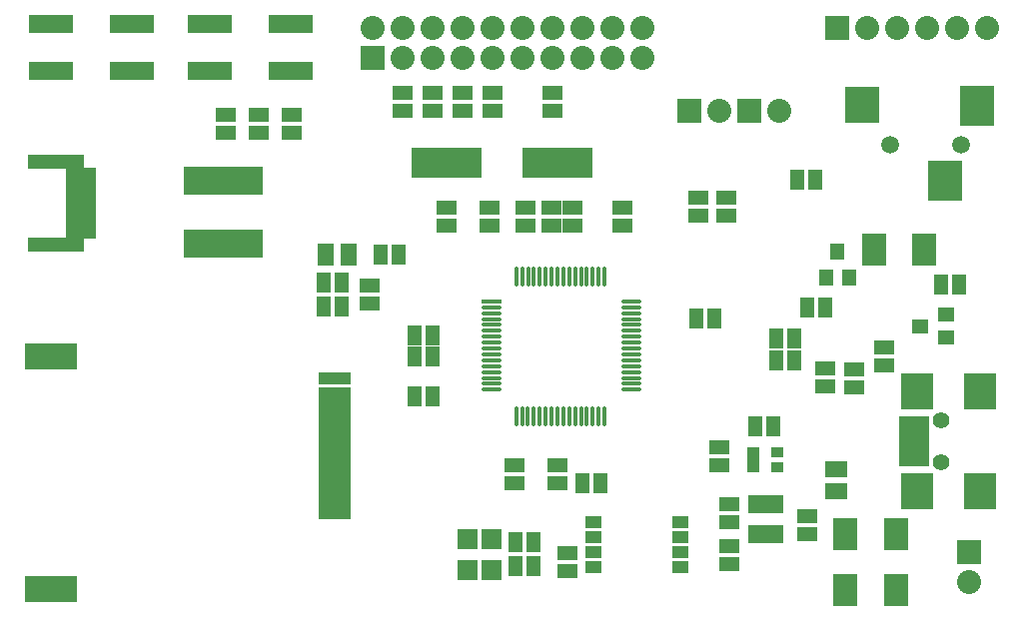
<source format=gts>
G04 (created by PCBNEW-RS274X (2011-05-25)-stable) date Sat 05 Nov 2011 19:00:57 CET*
G01*
G70*
G90*
%MOIN*%
G04 Gerber Fmt 3.4, Leading zero omitted, Abs format*
%FSLAX34Y34*%
G04 APERTURE LIST*
%ADD10C,0.006000*%
%ADD11R,0.045000X0.065000*%
%ADD12R,0.065000X0.045000*%
%ADD13R,0.055000X0.075000*%
%ADD14R,0.075000X0.055000*%
%ADD15R,0.066000X0.015800*%
%ADD16O,0.066000X0.015800*%
%ADD17O,0.015800X0.066000*%
%ADD18R,0.080000X0.080000*%
%ADD19C,0.080000*%
%ADD20R,0.051500X0.055400*%
%ADD21R,0.055400X0.051500*%
%ADD22R,0.146000X0.059400*%
%ADD23C,0.055400*%
%ADD24R,0.098700X0.039700*%
%ADD25R,0.106600X0.118400*%
%ADD26R,0.110600X0.059400*%
%ADD27R,0.110600X0.039700*%
%ADD28R,0.177500X0.086900*%
%ADD29R,0.036000X0.094800*%
%ADD30R,0.040000X0.032000*%
%ADD31R,0.043600X0.063300*%
%ADD32R,0.079800X0.110600*%
%ADD33R,0.057900X0.039700*%
%ADD34R,0.067200X0.067200*%
%ADD35R,0.114500X0.136100*%
%ADD36R,0.114500X0.124300*%
%ADD37C,0.059400*%
%ADD38R,0.236500X0.098700*%
%ADD39R,0.098700X0.043600*%
%ADD40R,0.185400X0.047600*%
G04 APERTURE END LIST*
G54D10*
G54D11*
X33687Y-51400D03*
X34287Y-51400D03*
X41795Y-45537D03*
X41195Y-45537D03*
X32050Y-53350D03*
X31450Y-53350D03*
X32050Y-54150D03*
X31450Y-54150D03*
X40842Y-41267D03*
X41442Y-41267D03*
X25050Y-44700D03*
X25650Y-44700D03*
X40150Y-46550D03*
X40750Y-46550D03*
X40150Y-47300D03*
X40750Y-47300D03*
G54D12*
X32700Y-38350D03*
X32700Y-38950D03*
X30700Y-38350D03*
X30700Y-38950D03*
X29700Y-38350D03*
X29700Y-38950D03*
X28700Y-38350D03*
X28700Y-38950D03*
X27700Y-38350D03*
X27700Y-38950D03*
X42750Y-48200D03*
X42750Y-47600D03*
X43750Y-47450D03*
X43750Y-46850D03*
G54D11*
X46250Y-44750D03*
X45650Y-44750D03*
X27551Y-43763D03*
X26951Y-43763D03*
G54D12*
X38600Y-52100D03*
X38600Y-52700D03*
X38600Y-54100D03*
X38600Y-53500D03*
X35015Y-42785D03*
X35015Y-42185D03*
X32850Y-50800D03*
X32850Y-51400D03*
X29150Y-42200D03*
X29150Y-42800D03*
X31800Y-42800D03*
X31800Y-42200D03*
G54D11*
X28700Y-48500D03*
X28100Y-48500D03*
G54D12*
X30600Y-42800D03*
X30600Y-42200D03*
X41200Y-52500D03*
X41200Y-53100D03*
X38500Y-42450D03*
X38500Y-41850D03*
G54D11*
X28700Y-47150D03*
X28100Y-47150D03*
G54D12*
X37550Y-42450D03*
X37550Y-41850D03*
G54D11*
X25650Y-45500D03*
X25050Y-45500D03*
G54D12*
X33350Y-42800D03*
X33350Y-42200D03*
G54D11*
X37500Y-45900D03*
X38100Y-45900D03*
G54D12*
X26600Y-45400D03*
X26600Y-44800D03*
X41800Y-48150D03*
X41800Y-47550D03*
X31420Y-50809D03*
X31420Y-51409D03*
X32647Y-42804D03*
X32647Y-42204D03*
G54D11*
X28700Y-46450D03*
X28100Y-46450D03*
G54D13*
X25870Y-43753D03*
X25120Y-43753D03*
G54D14*
X42150Y-50925D03*
X42150Y-51675D03*
G54D15*
X30639Y-45324D03*
G54D16*
X30639Y-45521D03*
X30639Y-45718D03*
X30639Y-45915D03*
X30639Y-46112D03*
X30639Y-46308D03*
X30639Y-46505D03*
X30639Y-46702D03*
X30639Y-46899D03*
X30639Y-47096D03*
X30639Y-47293D03*
X30639Y-47489D03*
X30639Y-47686D03*
X30639Y-47883D03*
X30639Y-48080D03*
X30639Y-48277D03*
G54D17*
X31474Y-49175D03*
X31671Y-49175D03*
X31868Y-49175D03*
X32065Y-49175D03*
X32262Y-49175D03*
X32458Y-49175D03*
X32655Y-49175D03*
X32852Y-49175D03*
X33049Y-49175D03*
X33246Y-49175D03*
X33443Y-49175D03*
X33639Y-49175D03*
X33836Y-49175D03*
X34033Y-49175D03*
X34230Y-49175D03*
X34427Y-49175D03*
G54D16*
X35325Y-48277D03*
X35325Y-48080D03*
X35325Y-47883D03*
X35325Y-47686D03*
X35325Y-47489D03*
X35325Y-47293D03*
X35325Y-47096D03*
X35325Y-46899D03*
X35325Y-46702D03*
X35325Y-46505D03*
X35325Y-46308D03*
X35325Y-46112D03*
X35325Y-45915D03*
X35325Y-45718D03*
X35325Y-45521D03*
X35325Y-45324D03*
G54D17*
X34427Y-44489D03*
X34230Y-44489D03*
X33836Y-44489D03*
X34033Y-44482D03*
X33639Y-44489D03*
X33443Y-44489D03*
X33246Y-44489D03*
X33049Y-44489D03*
X32852Y-44489D03*
X32655Y-44489D03*
X32461Y-44489D03*
X32264Y-44489D03*
X32067Y-44489D03*
X31870Y-44489D03*
X31674Y-44489D03*
X31477Y-44489D03*
G54D18*
X42200Y-36200D03*
G54D19*
X43200Y-36200D03*
X44200Y-36200D03*
X45200Y-36200D03*
X46200Y-36200D03*
X47200Y-36200D03*
G54D20*
X41806Y-44533D03*
X42594Y-44533D03*
X42200Y-43667D03*
G54D21*
X45833Y-46544D03*
X45833Y-45756D03*
X44967Y-46150D03*
G54D22*
X18639Y-36063D03*
X18639Y-37637D03*
X15961Y-37637D03*
X15961Y-36063D03*
X23939Y-36063D03*
X23939Y-37637D03*
X21261Y-37637D03*
X21261Y-36063D03*
G54D23*
X45650Y-50689D03*
X45650Y-49311D03*
G54D24*
X44764Y-50315D03*
X44764Y-50000D03*
X44764Y-49685D03*
X44764Y-49370D03*
X44764Y-50630D03*
G54D25*
X44863Y-51654D03*
X44863Y-48346D03*
X46949Y-51654D03*
X46949Y-48346D03*
G54D26*
X25403Y-52294D03*
X25403Y-51794D03*
X25403Y-50794D03*
X25403Y-51294D03*
X25403Y-50294D03*
X25403Y-49794D03*
X25403Y-49294D03*
X25403Y-48794D03*
G54D27*
X25403Y-48400D03*
X25403Y-47889D03*
G54D28*
X15954Y-47172D03*
X15954Y-54928D03*
G54D29*
X22850Y-41300D03*
X22600Y-41300D03*
X22340Y-41300D03*
X22080Y-41300D03*
X21830Y-41300D03*
X21570Y-41300D03*
X21310Y-41300D03*
X21060Y-41300D03*
X20800Y-41300D03*
X20550Y-41300D03*
X20550Y-43400D03*
X20800Y-43400D03*
X21060Y-43400D03*
X21310Y-43400D03*
X21570Y-43400D03*
X21830Y-43400D03*
X22080Y-43400D03*
X22340Y-43400D03*
X22600Y-43400D03*
X22850Y-43400D03*
G54D11*
X40050Y-49500D03*
X39450Y-49500D03*
G54D12*
X24000Y-39100D03*
X24000Y-39700D03*
X22900Y-39700D03*
X22900Y-39100D03*
X21800Y-39100D03*
X21800Y-39700D03*
X38250Y-50200D03*
X38250Y-50800D03*
G54D30*
X39400Y-50350D03*
X39400Y-50850D03*
X40200Y-50350D03*
X39400Y-50600D03*
X40200Y-50850D03*
G54D31*
X39426Y-53112D03*
X39800Y-53112D03*
X40174Y-53112D03*
X39426Y-52088D03*
X39800Y-52088D03*
X40174Y-52088D03*
G54D32*
X45089Y-43600D03*
X43411Y-43600D03*
G54D18*
X46600Y-53700D03*
G54D19*
X46600Y-54700D03*
G54D32*
X44139Y-53100D03*
X42461Y-53100D03*
X44139Y-54950D03*
X42461Y-54950D03*
G54D33*
X36955Y-52700D03*
X36955Y-54200D03*
X36955Y-53700D03*
X36955Y-53200D03*
X34045Y-54200D03*
X34045Y-53700D03*
X34046Y-53200D03*
X34045Y-52700D03*
G54D34*
X30663Y-53250D03*
X29837Y-53250D03*
X30663Y-54300D03*
X29837Y-54300D03*
G54D18*
X26700Y-37200D03*
G54D19*
X26700Y-36200D03*
X27700Y-37200D03*
X27700Y-36200D03*
X28700Y-37200D03*
X28700Y-36200D03*
X29700Y-37200D03*
X29700Y-36200D03*
X30700Y-37200D03*
X30700Y-36200D03*
X31700Y-37200D03*
X31700Y-36200D03*
X32700Y-37200D03*
X32700Y-36200D03*
X33700Y-37200D03*
X33700Y-36200D03*
X34700Y-37200D03*
X34700Y-36200D03*
X35700Y-37200D03*
X35700Y-36200D03*
G54D18*
X37250Y-38950D03*
G54D19*
X38250Y-38950D03*
G54D18*
X39250Y-38950D03*
G54D19*
X40250Y-38950D03*
G54D35*
X46843Y-38811D03*
X45780Y-41281D03*
G54D36*
X43024Y-38752D03*
G54D37*
X46331Y-40100D03*
X43969Y-40100D03*
G54D38*
X32850Y-40700D03*
X29150Y-40700D03*
G54D12*
X33178Y-53736D03*
X33178Y-54336D03*
G54D39*
X16947Y-41066D03*
X16947Y-41459D03*
X16947Y-41853D03*
X16947Y-42247D03*
X16947Y-42641D03*
X16947Y-43034D03*
G54D40*
X16120Y-40672D03*
X16120Y-43428D03*
M02*

</source>
